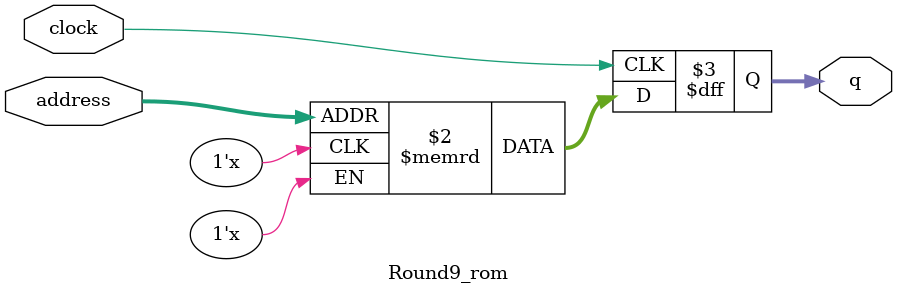
<source format=sv>
module Round9_rom (
	input logic clock,
	input logic [7:0] address,
	output logic [3:0] q
);

logic [3:0] memory [0:255] /* synthesis ram_init_file = "./Round9/Round9.mif" */;

always_ff @ (posedge clock) begin
	q <= memory[address];
end

endmodule

</source>
